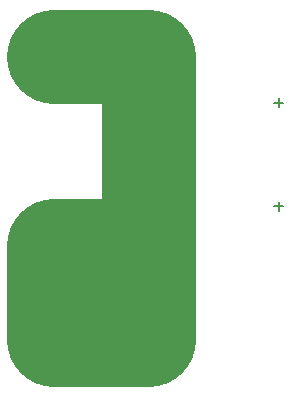
<source format=gbo>
%TF.GenerationSoftware,KiCad,Pcbnew,4.0.4+e1-6308~48~ubuntu16.04.1-stable*%
%TF.CreationDate,2016-12-19T13:40:22-08:00*%
%TF.ProjectId,4x3-CR2032-Coin-Cell-Magnet,3478332D4352323033322D436F696E2D,1.0*%
%TF.FileFunction,Legend,Bot*%
%FSLAX46Y46*%
G04 Gerber Fmt 4.6, Leading zero omitted, Abs format (unit mm)*
G04 Created by KiCad (PCBNEW 4.0.4+e1-6308~48~ubuntu16.04.1-stable) date Mon Dec 19 13:40:22 2016*
%MOMM*%
%LPD*%
G01*
G04 APERTURE LIST*
%ADD10C,0.350000*%
%ADD11C,8.000000*%
%ADD12C,0.150000*%
G04 APERTURE END LIST*
D10*
D11*
X131320000Y-101220000D02*
X139320000Y-101220000D01*
X131320000Y-85220000D02*
X139320000Y-85220000D01*
X131320000Y-109220000D02*
X139320000Y-109220000D01*
X131320000Y-109220000D02*
X131320000Y-101220000D01*
X139320000Y-109220000D02*
X139320000Y-85220000D01*
D12*
X150700952Y-97891429D02*
X149939047Y-97891429D01*
X150319999Y-98272381D02*
X150319999Y-97510476D01*
X150700952Y-89091429D02*
X149939047Y-89091429D01*
X150319999Y-89472381D02*
X150319999Y-88710476D01*
M02*

</source>
